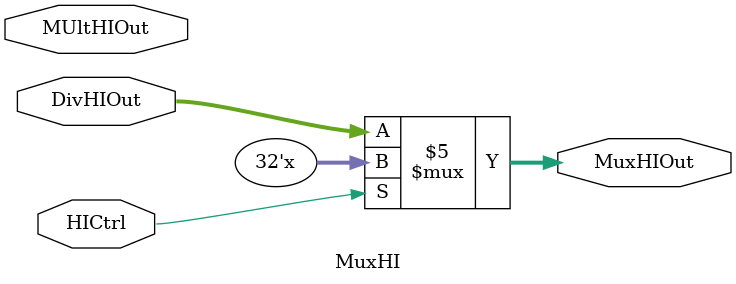
<source format=v>
module MuxHI (
input wire[31:0] 
    DivHIOut,
    MUltHIOut,
input wire 
    HICtrl,
output reg[31:0] 
    MuxHIOut
);

parameter 
Ent0 = 0, 
Ent1 = 1;

always @(*) begin
	case(HICtrl)
		Ent0:
			MuxHIOut <= DivHIOut;
		Ent1:
			MuxHICtrlOut <= MUltHIOut;
	endcase
end

endmodule

</source>
